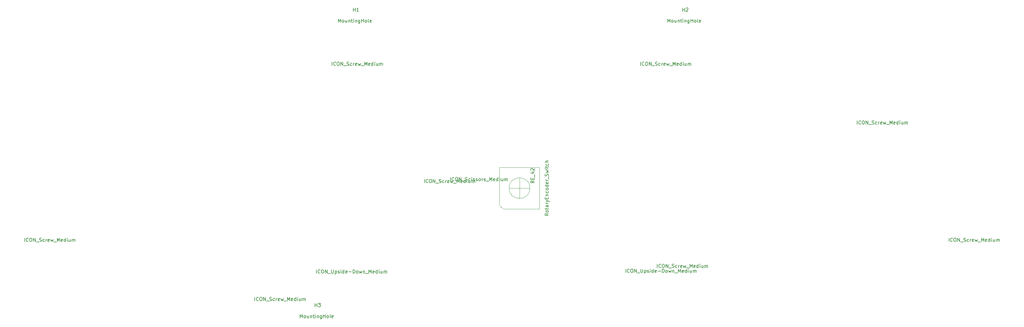
<source format=gbr>
%TF.GenerationSoftware,KiCad,Pcbnew,(6.0.1-0)*%
%TF.CreationDate,2022-02-13T10:06:17+09:00*%
%TF.ProjectId,nora,6e6f7261-2e6b-4696-9361-645f70636258,DN:0032*%
%TF.SameCoordinates,Original*%
%TF.FileFunction,AssemblyDrawing,Top*%
%FSLAX46Y46*%
G04 Gerber Fmt 4.6, Leading zero omitted, Abs format (unit mm)*
G04 Created by KiCad (PCBNEW (6.0.1-0)) date 2022-02-13 10:06:17*
%MOMM*%
%LPD*%
G01*
G04 APERTURE LIST*
%ADD10C,0.150000*%
%ADD11C,0.120000*%
G04 APERTURE END LIST*
D10*
X112714285Y-30452380D02*
X112714285Y-29452380D01*
X113047619Y-30166666D01*
X113380952Y-29452380D01*
X113380952Y-30452380D01*
X114000000Y-30452380D02*
X113904761Y-30404761D01*
X113857142Y-30357142D01*
X113809523Y-30261904D01*
X113809523Y-29976190D01*
X113857142Y-29880952D01*
X113904761Y-29833333D01*
X114000000Y-29785714D01*
X114142857Y-29785714D01*
X114238095Y-29833333D01*
X114285714Y-29880952D01*
X114333333Y-29976190D01*
X114333333Y-30261904D01*
X114285714Y-30357142D01*
X114238095Y-30404761D01*
X114142857Y-30452380D01*
X114000000Y-30452380D01*
X115190476Y-29785714D02*
X115190476Y-30452380D01*
X114761904Y-29785714D02*
X114761904Y-30309523D01*
X114809523Y-30404761D01*
X114904761Y-30452380D01*
X115047619Y-30452380D01*
X115142857Y-30404761D01*
X115190476Y-30357142D01*
X115666666Y-29785714D02*
X115666666Y-30452380D01*
X115666666Y-29880952D02*
X115714285Y-29833333D01*
X115809523Y-29785714D01*
X115952380Y-29785714D01*
X116047619Y-29833333D01*
X116095238Y-29928571D01*
X116095238Y-30452380D01*
X116428571Y-29785714D02*
X116809523Y-29785714D01*
X116571428Y-29452380D02*
X116571428Y-30309523D01*
X116619047Y-30404761D01*
X116714285Y-30452380D01*
X116809523Y-30452380D01*
X117142857Y-30452380D02*
X117142857Y-29785714D01*
X117142857Y-29452380D02*
X117095238Y-29500000D01*
X117142857Y-29547619D01*
X117190476Y-29500000D01*
X117142857Y-29452380D01*
X117142857Y-29547619D01*
X117619047Y-29785714D02*
X117619047Y-30452380D01*
X117619047Y-29880952D02*
X117666666Y-29833333D01*
X117761904Y-29785714D01*
X117904761Y-29785714D01*
X118000000Y-29833333D01*
X118047619Y-29928571D01*
X118047619Y-30452380D01*
X118952380Y-29785714D02*
X118952380Y-30595238D01*
X118904761Y-30690476D01*
X118857142Y-30738095D01*
X118761904Y-30785714D01*
X118619047Y-30785714D01*
X118523809Y-30738095D01*
X118952380Y-30404761D02*
X118857142Y-30452380D01*
X118666666Y-30452380D01*
X118571428Y-30404761D01*
X118523809Y-30357142D01*
X118476190Y-30261904D01*
X118476190Y-29976190D01*
X118523809Y-29880952D01*
X118571428Y-29833333D01*
X118666666Y-29785714D01*
X118857142Y-29785714D01*
X118952380Y-29833333D01*
X119428571Y-30452380D02*
X119428571Y-29452380D01*
X119428571Y-29928571D02*
X120000000Y-29928571D01*
X120000000Y-30452380D02*
X120000000Y-29452380D01*
X120619047Y-30452380D02*
X120523809Y-30404761D01*
X120476190Y-30357142D01*
X120428571Y-30261904D01*
X120428571Y-29976190D01*
X120476190Y-29880952D01*
X120523809Y-29833333D01*
X120619047Y-29785714D01*
X120761904Y-29785714D01*
X120857142Y-29833333D01*
X120904761Y-29880952D01*
X120952380Y-29976190D01*
X120952380Y-30261904D01*
X120904761Y-30357142D01*
X120857142Y-30404761D01*
X120761904Y-30452380D01*
X120619047Y-30452380D01*
X121523809Y-30452380D02*
X121428571Y-30404761D01*
X121380952Y-30309523D01*
X121380952Y-29452380D01*
X122285714Y-30404761D02*
X122190476Y-30452380D01*
X122000000Y-30452380D01*
X121904761Y-30404761D01*
X121857142Y-30309523D01*
X121857142Y-29928571D01*
X121904761Y-29833333D01*
X122000000Y-29785714D01*
X122190476Y-29785714D01*
X122285714Y-29833333D01*
X122333333Y-29928571D01*
X122333333Y-30023809D01*
X121857142Y-30119047D01*
X117038095Y-27252380D02*
X117038095Y-26252380D01*
X117038095Y-26728571D02*
X117609523Y-26728571D01*
X117609523Y-27252380D02*
X117609523Y-26252380D01*
X118609523Y-27252380D02*
X118038095Y-27252380D01*
X118323809Y-27252380D02*
X118323809Y-26252380D01*
X118228571Y-26395238D01*
X118133333Y-26490476D01*
X118038095Y-26538095D01*
X207964285Y-30452380D02*
X207964285Y-29452380D01*
X208297619Y-30166666D01*
X208630952Y-29452380D01*
X208630952Y-30452380D01*
X209250000Y-30452380D02*
X209154761Y-30404761D01*
X209107142Y-30357142D01*
X209059523Y-30261904D01*
X209059523Y-29976190D01*
X209107142Y-29880952D01*
X209154761Y-29833333D01*
X209250000Y-29785714D01*
X209392857Y-29785714D01*
X209488095Y-29833333D01*
X209535714Y-29880952D01*
X209583333Y-29976190D01*
X209583333Y-30261904D01*
X209535714Y-30357142D01*
X209488095Y-30404761D01*
X209392857Y-30452380D01*
X209250000Y-30452380D01*
X210440476Y-29785714D02*
X210440476Y-30452380D01*
X210011904Y-29785714D02*
X210011904Y-30309523D01*
X210059523Y-30404761D01*
X210154761Y-30452380D01*
X210297619Y-30452380D01*
X210392857Y-30404761D01*
X210440476Y-30357142D01*
X210916666Y-29785714D02*
X210916666Y-30452380D01*
X210916666Y-29880952D02*
X210964285Y-29833333D01*
X211059523Y-29785714D01*
X211202380Y-29785714D01*
X211297619Y-29833333D01*
X211345238Y-29928571D01*
X211345238Y-30452380D01*
X211678571Y-29785714D02*
X212059523Y-29785714D01*
X211821428Y-29452380D02*
X211821428Y-30309523D01*
X211869047Y-30404761D01*
X211964285Y-30452380D01*
X212059523Y-30452380D01*
X212392857Y-30452380D02*
X212392857Y-29785714D01*
X212392857Y-29452380D02*
X212345238Y-29500000D01*
X212392857Y-29547619D01*
X212440476Y-29500000D01*
X212392857Y-29452380D01*
X212392857Y-29547619D01*
X212869047Y-29785714D02*
X212869047Y-30452380D01*
X212869047Y-29880952D02*
X212916666Y-29833333D01*
X213011904Y-29785714D01*
X213154761Y-29785714D01*
X213250000Y-29833333D01*
X213297619Y-29928571D01*
X213297619Y-30452380D01*
X214202380Y-29785714D02*
X214202380Y-30595238D01*
X214154761Y-30690476D01*
X214107142Y-30738095D01*
X214011904Y-30785714D01*
X213869047Y-30785714D01*
X213773809Y-30738095D01*
X214202380Y-30404761D02*
X214107142Y-30452380D01*
X213916666Y-30452380D01*
X213821428Y-30404761D01*
X213773809Y-30357142D01*
X213726190Y-30261904D01*
X213726190Y-29976190D01*
X213773809Y-29880952D01*
X213821428Y-29833333D01*
X213916666Y-29785714D01*
X214107142Y-29785714D01*
X214202380Y-29833333D01*
X214678571Y-30452380D02*
X214678571Y-29452380D01*
X214678571Y-29928571D02*
X215250000Y-29928571D01*
X215250000Y-30452380D02*
X215250000Y-29452380D01*
X215869047Y-30452380D02*
X215773809Y-30404761D01*
X215726190Y-30357142D01*
X215678571Y-30261904D01*
X215678571Y-29976190D01*
X215726190Y-29880952D01*
X215773809Y-29833333D01*
X215869047Y-29785714D01*
X216011904Y-29785714D01*
X216107142Y-29833333D01*
X216154761Y-29880952D01*
X216202380Y-29976190D01*
X216202380Y-30261904D01*
X216154761Y-30357142D01*
X216107142Y-30404761D01*
X216011904Y-30452380D01*
X215869047Y-30452380D01*
X216773809Y-30452380D02*
X216678571Y-30404761D01*
X216630952Y-30309523D01*
X216630952Y-29452380D01*
X217535714Y-30404761D02*
X217440476Y-30452380D01*
X217250000Y-30452380D01*
X217154761Y-30404761D01*
X217107142Y-30309523D01*
X217107142Y-29928571D01*
X217154761Y-29833333D01*
X217250000Y-29785714D01*
X217440476Y-29785714D01*
X217535714Y-29833333D01*
X217583333Y-29928571D01*
X217583333Y-30023809D01*
X217107142Y-30119047D01*
X212288095Y-27252380D02*
X212288095Y-26252380D01*
X212288095Y-26728571D02*
X212859523Y-26728571D01*
X212859523Y-27252380D02*
X212859523Y-26252380D01*
X213288095Y-26347619D02*
X213335714Y-26300000D01*
X213430952Y-26252380D01*
X213669047Y-26252380D01*
X213764285Y-26300000D01*
X213811904Y-26347619D01*
X213859523Y-26442857D01*
X213859523Y-26538095D01*
X213811904Y-26680952D01*
X213240476Y-27252380D01*
X213859523Y-27252380D01*
X101664285Y-116052380D02*
X101664285Y-115052380D01*
X101997619Y-115766666D01*
X102330952Y-115052380D01*
X102330952Y-116052380D01*
X102950000Y-116052380D02*
X102854761Y-116004761D01*
X102807142Y-115957142D01*
X102759523Y-115861904D01*
X102759523Y-115576190D01*
X102807142Y-115480952D01*
X102854761Y-115433333D01*
X102950000Y-115385714D01*
X103092857Y-115385714D01*
X103188095Y-115433333D01*
X103235714Y-115480952D01*
X103283333Y-115576190D01*
X103283333Y-115861904D01*
X103235714Y-115957142D01*
X103188095Y-116004761D01*
X103092857Y-116052380D01*
X102950000Y-116052380D01*
X104140476Y-115385714D02*
X104140476Y-116052380D01*
X103711904Y-115385714D02*
X103711904Y-115909523D01*
X103759523Y-116004761D01*
X103854761Y-116052380D01*
X103997619Y-116052380D01*
X104092857Y-116004761D01*
X104140476Y-115957142D01*
X104616666Y-115385714D02*
X104616666Y-116052380D01*
X104616666Y-115480952D02*
X104664285Y-115433333D01*
X104759523Y-115385714D01*
X104902380Y-115385714D01*
X104997619Y-115433333D01*
X105045238Y-115528571D01*
X105045238Y-116052380D01*
X105378571Y-115385714D02*
X105759523Y-115385714D01*
X105521428Y-115052380D02*
X105521428Y-115909523D01*
X105569047Y-116004761D01*
X105664285Y-116052380D01*
X105759523Y-116052380D01*
X106092857Y-116052380D02*
X106092857Y-115385714D01*
X106092857Y-115052380D02*
X106045238Y-115100000D01*
X106092857Y-115147619D01*
X106140476Y-115100000D01*
X106092857Y-115052380D01*
X106092857Y-115147619D01*
X106569047Y-115385714D02*
X106569047Y-116052380D01*
X106569047Y-115480952D02*
X106616666Y-115433333D01*
X106711904Y-115385714D01*
X106854761Y-115385714D01*
X106950000Y-115433333D01*
X106997619Y-115528571D01*
X106997619Y-116052380D01*
X107902380Y-115385714D02*
X107902380Y-116195238D01*
X107854761Y-116290476D01*
X107807142Y-116338095D01*
X107711904Y-116385714D01*
X107569047Y-116385714D01*
X107473809Y-116338095D01*
X107902380Y-116004761D02*
X107807142Y-116052380D01*
X107616666Y-116052380D01*
X107521428Y-116004761D01*
X107473809Y-115957142D01*
X107426190Y-115861904D01*
X107426190Y-115576190D01*
X107473809Y-115480952D01*
X107521428Y-115433333D01*
X107616666Y-115385714D01*
X107807142Y-115385714D01*
X107902380Y-115433333D01*
X108378571Y-116052380D02*
X108378571Y-115052380D01*
X108378571Y-115528571D02*
X108950000Y-115528571D01*
X108950000Y-116052380D02*
X108950000Y-115052380D01*
X109569047Y-116052380D02*
X109473809Y-116004761D01*
X109426190Y-115957142D01*
X109378571Y-115861904D01*
X109378571Y-115576190D01*
X109426190Y-115480952D01*
X109473809Y-115433333D01*
X109569047Y-115385714D01*
X109711904Y-115385714D01*
X109807142Y-115433333D01*
X109854761Y-115480952D01*
X109902380Y-115576190D01*
X109902380Y-115861904D01*
X109854761Y-115957142D01*
X109807142Y-116004761D01*
X109711904Y-116052380D01*
X109569047Y-116052380D01*
X110473809Y-116052380D02*
X110378571Y-116004761D01*
X110330952Y-115909523D01*
X110330952Y-115052380D01*
X111235714Y-116004761D02*
X111140476Y-116052380D01*
X110950000Y-116052380D01*
X110854761Y-116004761D01*
X110807142Y-115909523D01*
X110807142Y-115528571D01*
X110854761Y-115433333D01*
X110950000Y-115385714D01*
X111140476Y-115385714D01*
X111235714Y-115433333D01*
X111283333Y-115528571D01*
X111283333Y-115623809D01*
X110807142Y-115719047D01*
X105988095Y-112852380D02*
X105988095Y-111852380D01*
X105988095Y-112328571D02*
X106559523Y-112328571D01*
X106559523Y-112852380D02*
X106559523Y-111852380D01*
X106940476Y-111852380D02*
X107559523Y-111852380D01*
X107226190Y-112233333D01*
X107369047Y-112233333D01*
X107464285Y-112280952D01*
X107511904Y-112328571D01*
X107559523Y-112423809D01*
X107559523Y-112661904D01*
X107511904Y-112757142D01*
X107464285Y-112804761D01*
X107369047Y-112852380D01*
X107083333Y-112852380D01*
X106988095Y-112804761D01*
X106940476Y-112757142D01*
X21992288Y-93952380D02*
X21992288Y-92952380D01*
X23039907Y-93857142D02*
X22992288Y-93904761D01*
X22849431Y-93952380D01*
X22754193Y-93952380D01*
X22611336Y-93904761D01*
X22516098Y-93809523D01*
X22468479Y-93714285D01*
X22420860Y-93523809D01*
X22420860Y-93380952D01*
X22468479Y-93190476D01*
X22516098Y-93095238D01*
X22611336Y-93000000D01*
X22754193Y-92952380D01*
X22849431Y-92952380D01*
X22992288Y-93000000D01*
X23039907Y-93047619D01*
X23658955Y-92952380D02*
X23849431Y-92952380D01*
X23944669Y-93000000D01*
X24039907Y-93095238D01*
X24087526Y-93285714D01*
X24087526Y-93619047D01*
X24039907Y-93809523D01*
X23944669Y-93904761D01*
X23849431Y-93952380D01*
X23658955Y-93952380D01*
X23563717Y-93904761D01*
X23468479Y-93809523D01*
X23420860Y-93619047D01*
X23420860Y-93285714D01*
X23468479Y-93095238D01*
X23563717Y-93000000D01*
X23658955Y-92952380D01*
X24516098Y-93952380D02*
X24516098Y-92952380D01*
X25087526Y-93952380D01*
X25087526Y-92952380D01*
X25325622Y-94047619D02*
X26087526Y-94047619D01*
X26278003Y-93904761D02*
X26420860Y-93952380D01*
X26658955Y-93952380D01*
X26754193Y-93904761D01*
X26801812Y-93857142D01*
X26849431Y-93761904D01*
X26849431Y-93666666D01*
X26801812Y-93571428D01*
X26754193Y-93523809D01*
X26658955Y-93476190D01*
X26468479Y-93428571D01*
X26373241Y-93380952D01*
X26325622Y-93333333D01*
X26278003Y-93238095D01*
X26278003Y-93142857D01*
X26325622Y-93047619D01*
X26373241Y-93000000D01*
X26468479Y-92952380D01*
X26706574Y-92952380D01*
X26849431Y-93000000D01*
X27706574Y-93904761D02*
X27611336Y-93952380D01*
X27420860Y-93952380D01*
X27325622Y-93904761D01*
X27278003Y-93857142D01*
X27230383Y-93761904D01*
X27230383Y-93476190D01*
X27278003Y-93380952D01*
X27325622Y-93333333D01*
X27420860Y-93285714D01*
X27611336Y-93285714D01*
X27706574Y-93333333D01*
X28135145Y-93952380D02*
X28135145Y-93285714D01*
X28135145Y-93476190D02*
X28182764Y-93380952D01*
X28230383Y-93333333D01*
X28325622Y-93285714D01*
X28420860Y-93285714D01*
X29135145Y-93904761D02*
X29039907Y-93952380D01*
X28849431Y-93952380D01*
X28754193Y-93904761D01*
X28706574Y-93809523D01*
X28706574Y-93428571D01*
X28754193Y-93333333D01*
X28849431Y-93285714D01*
X29039907Y-93285714D01*
X29135145Y-93333333D01*
X29182764Y-93428571D01*
X29182764Y-93523809D01*
X28706574Y-93619047D01*
X29516098Y-93285714D02*
X29706574Y-93952380D01*
X29897050Y-93476190D01*
X30087526Y-93952380D01*
X30278003Y-93285714D01*
X30420860Y-94047619D02*
X31182764Y-94047619D01*
X31420860Y-93952380D02*
X31420860Y-92952380D01*
X31754193Y-93666666D01*
X32087526Y-92952380D01*
X32087526Y-93952380D01*
X32944669Y-93904761D02*
X32849431Y-93952380D01*
X32658955Y-93952380D01*
X32563717Y-93904761D01*
X32516098Y-93809523D01*
X32516098Y-93428571D01*
X32563717Y-93333333D01*
X32658955Y-93285714D01*
X32849431Y-93285714D01*
X32944669Y-93333333D01*
X32992288Y-93428571D01*
X32992288Y-93523809D01*
X32516098Y-93619047D01*
X33849431Y-93952380D02*
X33849431Y-92952380D01*
X33849431Y-93904761D02*
X33754193Y-93952380D01*
X33563717Y-93952380D01*
X33468479Y-93904761D01*
X33420860Y-93857142D01*
X33373241Y-93761904D01*
X33373241Y-93476190D01*
X33420860Y-93380952D01*
X33468479Y-93333333D01*
X33563717Y-93285714D01*
X33754193Y-93285714D01*
X33849431Y-93333333D01*
X34325622Y-93952380D02*
X34325622Y-93285714D01*
X34325622Y-92952380D02*
X34278003Y-93000000D01*
X34325622Y-93047619D01*
X34373241Y-93000000D01*
X34325622Y-92952380D01*
X34325622Y-93047619D01*
X35230383Y-93285714D02*
X35230383Y-93952380D01*
X34801812Y-93285714D02*
X34801812Y-93809523D01*
X34849431Y-93904761D01*
X34944669Y-93952380D01*
X35087526Y-93952380D01*
X35182764Y-93904761D01*
X35230383Y-93857142D01*
X35706574Y-93952380D02*
X35706574Y-93285714D01*
X35706574Y-93380952D02*
X35754193Y-93333333D01*
X35849431Y-93285714D01*
X35992288Y-93285714D01*
X36087526Y-93333333D01*
X36135145Y-93428571D01*
X36135145Y-93952380D01*
X36135145Y-93428571D02*
X36182764Y-93333333D01*
X36278003Y-93285714D01*
X36420860Y-93285714D01*
X36516098Y-93333333D01*
X36563717Y-93428571D01*
X36563717Y-93952380D01*
X145137770Y-76372900D02*
X145137770Y-75372900D01*
X146185389Y-76277662D02*
X146137770Y-76325281D01*
X145994913Y-76372900D01*
X145899675Y-76372900D01*
X145756818Y-76325281D01*
X145661580Y-76230043D01*
X145613961Y-76134805D01*
X145566342Y-75944329D01*
X145566342Y-75801472D01*
X145613961Y-75610996D01*
X145661580Y-75515758D01*
X145756818Y-75420520D01*
X145899675Y-75372900D01*
X145994913Y-75372900D01*
X146137770Y-75420520D01*
X146185389Y-75468139D01*
X146804437Y-75372900D02*
X146994913Y-75372900D01*
X147090151Y-75420520D01*
X147185389Y-75515758D01*
X147233008Y-75706234D01*
X147233008Y-76039567D01*
X147185389Y-76230043D01*
X147090151Y-76325281D01*
X146994913Y-76372900D01*
X146804437Y-76372900D01*
X146709199Y-76325281D01*
X146613961Y-76230043D01*
X146566342Y-76039567D01*
X146566342Y-75706234D01*
X146613961Y-75515758D01*
X146709199Y-75420520D01*
X146804437Y-75372900D01*
X147661580Y-76372900D02*
X147661580Y-75372900D01*
X148233008Y-76372900D01*
X148233008Y-75372900D01*
X148471104Y-76468139D02*
X149233008Y-76468139D01*
X149423485Y-76325281D02*
X149566342Y-76372900D01*
X149804437Y-76372900D01*
X149899675Y-76325281D01*
X149947294Y-76277662D01*
X149994913Y-76182424D01*
X149994913Y-76087186D01*
X149947294Y-75991948D01*
X149899675Y-75944329D01*
X149804437Y-75896710D01*
X149613961Y-75849091D01*
X149518723Y-75801472D01*
X149471104Y-75753853D01*
X149423485Y-75658615D01*
X149423485Y-75563377D01*
X149471104Y-75468139D01*
X149518723Y-75420520D01*
X149613961Y-75372900D01*
X149852056Y-75372900D01*
X149994913Y-75420520D01*
X150852056Y-76325281D02*
X150756818Y-76372900D01*
X150566342Y-76372900D01*
X150471104Y-76325281D01*
X150423485Y-76277662D01*
X150375866Y-76182424D01*
X150375866Y-75896710D01*
X150423485Y-75801472D01*
X150471104Y-75753853D01*
X150566342Y-75706234D01*
X150756818Y-75706234D01*
X150852056Y-75753853D01*
X151280627Y-76372900D02*
X151280627Y-75706234D01*
X151280627Y-75372900D02*
X151233008Y-75420520D01*
X151280627Y-75468139D01*
X151328246Y-75420520D01*
X151280627Y-75372900D01*
X151280627Y-75468139D01*
X151709199Y-76325281D02*
X151804437Y-76372900D01*
X151994913Y-76372900D01*
X152090151Y-76325281D01*
X152137770Y-76230043D01*
X152137770Y-76182424D01*
X152090151Y-76087186D01*
X151994913Y-76039567D01*
X151852056Y-76039567D01*
X151756818Y-75991948D01*
X151709199Y-75896710D01*
X151709199Y-75849091D01*
X151756818Y-75753853D01*
X151852056Y-75706234D01*
X151994913Y-75706234D01*
X152090151Y-75753853D01*
X152518723Y-76325281D02*
X152613961Y-76372900D01*
X152804437Y-76372900D01*
X152899675Y-76325281D01*
X152947294Y-76230043D01*
X152947294Y-76182424D01*
X152899675Y-76087186D01*
X152804437Y-76039567D01*
X152661580Y-76039567D01*
X152566342Y-75991948D01*
X152518723Y-75896710D01*
X152518723Y-75849091D01*
X152566342Y-75753853D01*
X152661580Y-75706234D01*
X152804437Y-75706234D01*
X152899675Y-75753853D01*
X153518723Y-76372900D02*
X153423485Y-76325281D01*
X153375866Y-76277662D01*
X153328246Y-76182424D01*
X153328246Y-75896710D01*
X153375866Y-75801472D01*
X153423485Y-75753853D01*
X153518723Y-75706234D01*
X153661580Y-75706234D01*
X153756818Y-75753853D01*
X153804437Y-75801472D01*
X153852056Y-75896710D01*
X153852056Y-76182424D01*
X153804437Y-76277662D01*
X153756818Y-76325281D01*
X153661580Y-76372900D01*
X153518723Y-76372900D01*
X154280627Y-76372900D02*
X154280627Y-75706234D01*
X154280627Y-75896710D02*
X154328246Y-75801472D01*
X154375866Y-75753853D01*
X154471104Y-75706234D01*
X154566342Y-75706234D01*
X154852056Y-76325281D02*
X154947294Y-76372900D01*
X155137770Y-76372900D01*
X155233008Y-76325281D01*
X155280627Y-76230043D01*
X155280627Y-76182424D01*
X155233008Y-76087186D01*
X155137770Y-76039567D01*
X154994913Y-76039567D01*
X154899675Y-75991948D01*
X154852056Y-75896710D01*
X154852056Y-75849091D01*
X154899675Y-75753853D01*
X154994913Y-75706234D01*
X155137770Y-75706234D01*
X155233008Y-75753853D01*
X155471104Y-76468139D02*
X156233008Y-76468139D01*
X156471104Y-76372900D02*
X156471104Y-75372900D01*
X156804437Y-76087186D01*
X157137770Y-75372900D01*
X157137770Y-76372900D01*
X157994913Y-76325281D02*
X157899675Y-76372900D01*
X157709199Y-76372900D01*
X157613961Y-76325281D01*
X157566342Y-76230043D01*
X157566342Y-75849091D01*
X157613961Y-75753853D01*
X157709199Y-75706234D01*
X157899675Y-75706234D01*
X157994913Y-75753853D01*
X158042532Y-75849091D01*
X158042532Y-75944329D01*
X157566342Y-76039567D01*
X158899675Y-76372900D02*
X158899675Y-75372900D01*
X158899675Y-76325281D02*
X158804437Y-76372900D01*
X158613961Y-76372900D01*
X158518723Y-76325281D01*
X158471104Y-76277662D01*
X158423485Y-76182424D01*
X158423485Y-75896710D01*
X158471104Y-75801472D01*
X158518723Y-75753853D01*
X158613961Y-75706234D01*
X158804437Y-75706234D01*
X158899675Y-75753853D01*
X159375866Y-76372900D02*
X159375866Y-75706234D01*
X159375866Y-75372900D02*
X159328246Y-75420520D01*
X159375866Y-75468139D01*
X159423485Y-75420520D01*
X159375866Y-75372900D01*
X159375866Y-75468139D01*
X160280627Y-75706234D02*
X160280627Y-76372900D01*
X159852056Y-75706234D02*
X159852056Y-76230043D01*
X159899675Y-76325281D01*
X159994913Y-76372900D01*
X160137770Y-76372900D01*
X160233008Y-76325281D01*
X160280627Y-76277662D01*
X160756818Y-76372900D02*
X160756818Y-75706234D01*
X160756818Y-75801472D02*
X160804437Y-75753853D01*
X160899675Y-75706234D01*
X161042532Y-75706234D01*
X161137770Y-75753853D01*
X161185389Y-75849091D01*
X161185389Y-76372900D01*
X161185389Y-75849091D02*
X161233008Y-75753853D01*
X161328246Y-75706234D01*
X161471104Y-75706234D01*
X161566342Y-75753853D01*
X161613961Y-75849091D01*
X161613961Y-76372900D01*
X200114285Y-42952380D02*
X200114285Y-41952380D01*
X201161904Y-42857142D02*
X201114285Y-42904761D01*
X200971428Y-42952380D01*
X200876190Y-42952380D01*
X200733333Y-42904761D01*
X200638095Y-42809523D01*
X200590476Y-42714285D01*
X200542857Y-42523809D01*
X200542857Y-42380952D01*
X200590476Y-42190476D01*
X200638095Y-42095238D01*
X200733333Y-42000000D01*
X200876190Y-41952380D01*
X200971428Y-41952380D01*
X201114285Y-42000000D01*
X201161904Y-42047619D01*
X201780952Y-41952380D02*
X201971428Y-41952380D01*
X202066666Y-42000000D01*
X202161904Y-42095238D01*
X202209523Y-42285714D01*
X202209523Y-42619047D01*
X202161904Y-42809523D01*
X202066666Y-42904761D01*
X201971428Y-42952380D01*
X201780952Y-42952380D01*
X201685714Y-42904761D01*
X201590476Y-42809523D01*
X201542857Y-42619047D01*
X201542857Y-42285714D01*
X201590476Y-42095238D01*
X201685714Y-42000000D01*
X201780952Y-41952380D01*
X202638095Y-42952380D02*
X202638095Y-41952380D01*
X203209523Y-42952380D01*
X203209523Y-41952380D01*
X203447619Y-43047619D02*
X204209523Y-43047619D01*
X204400000Y-42904761D02*
X204542857Y-42952380D01*
X204780952Y-42952380D01*
X204876190Y-42904761D01*
X204923809Y-42857142D01*
X204971428Y-42761904D01*
X204971428Y-42666666D01*
X204923809Y-42571428D01*
X204876190Y-42523809D01*
X204780952Y-42476190D01*
X204590476Y-42428571D01*
X204495238Y-42380952D01*
X204447619Y-42333333D01*
X204400000Y-42238095D01*
X204400000Y-42142857D01*
X204447619Y-42047619D01*
X204495238Y-42000000D01*
X204590476Y-41952380D01*
X204828571Y-41952380D01*
X204971428Y-42000000D01*
X205828571Y-42904761D02*
X205733333Y-42952380D01*
X205542857Y-42952380D01*
X205447619Y-42904761D01*
X205400000Y-42857142D01*
X205352380Y-42761904D01*
X205352380Y-42476190D01*
X205400000Y-42380952D01*
X205447619Y-42333333D01*
X205542857Y-42285714D01*
X205733333Y-42285714D01*
X205828571Y-42333333D01*
X206257142Y-42952380D02*
X206257142Y-42285714D01*
X206257142Y-42476190D02*
X206304761Y-42380952D01*
X206352380Y-42333333D01*
X206447619Y-42285714D01*
X206542857Y-42285714D01*
X207257142Y-42904761D02*
X207161904Y-42952380D01*
X206971428Y-42952380D01*
X206876190Y-42904761D01*
X206828571Y-42809523D01*
X206828571Y-42428571D01*
X206876190Y-42333333D01*
X206971428Y-42285714D01*
X207161904Y-42285714D01*
X207257142Y-42333333D01*
X207304761Y-42428571D01*
X207304761Y-42523809D01*
X206828571Y-42619047D01*
X207638095Y-42285714D02*
X207828571Y-42952380D01*
X208019047Y-42476190D01*
X208209523Y-42952380D01*
X208400000Y-42285714D01*
X208542857Y-43047619D02*
X209304761Y-43047619D01*
X209542857Y-42952380D02*
X209542857Y-41952380D01*
X209876190Y-42666666D01*
X210209523Y-41952380D01*
X210209523Y-42952380D01*
X211066666Y-42904761D02*
X210971428Y-42952380D01*
X210780952Y-42952380D01*
X210685714Y-42904761D01*
X210638095Y-42809523D01*
X210638095Y-42428571D01*
X210685714Y-42333333D01*
X210780952Y-42285714D01*
X210971428Y-42285714D01*
X211066666Y-42333333D01*
X211114285Y-42428571D01*
X211114285Y-42523809D01*
X210638095Y-42619047D01*
X211971428Y-42952380D02*
X211971428Y-41952380D01*
X211971428Y-42904761D02*
X211876190Y-42952380D01*
X211685714Y-42952380D01*
X211590476Y-42904761D01*
X211542857Y-42857142D01*
X211495238Y-42761904D01*
X211495238Y-42476190D01*
X211542857Y-42380952D01*
X211590476Y-42333333D01*
X211685714Y-42285714D01*
X211876190Y-42285714D01*
X211971428Y-42333333D01*
X212447619Y-42952380D02*
X212447619Y-42285714D01*
X212447619Y-41952380D02*
X212400000Y-42000000D01*
X212447619Y-42047619D01*
X212495238Y-42000000D01*
X212447619Y-41952380D01*
X212447619Y-42047619D01*
X213352380Y-42285714D02*
X213352380Y-42952380D01*
X212923809Y-42285714D02*
X212923809Y-42809523D01*
X212971428Y-42904761D01*
X213066666Y-42952380D01*
X213209523Y-42952380D01*
X213304761Y-42904761D01*
X213352380Y-42857142D01*
X213828571Y-42952380D02*
X213828571Y-42285714D01*
X213828571Y-42380952D02*
X213876190Y-42333333D01*
X213971428Y-42285714D01*
X214114285Y-42285714D01*
X214209523Y-42333333D01*
X214257142Y-42428571D01*
X214257142Y-42952380D01*
X214257142Y-42428571D02*
X214304761Y-42333333D01*
X214400000Y-42285714D01*
X214542857Y-42285714D01*
X214638095Y-42333333D01*
X214685714Y-42428571D01*
X214685714Y-42952380D01*
X88565720Y-111109446D02*
X88565720Y-110109446D01*
X89613339Y-111014208D02*
X89565720Y-111061827D01*
X89422863Y-111109446D01*
X89327625Y-111109446D01*
X89184768Y-111061827D01*
X89089530Y-110966589D01*
X89041911Y-110871351D01*
X88994292Y-110680875D01*
X88994292Y-110538018D01*
X89041911Y-110347542D01*
X89089530Y-110252304D01*
X89184768Y-110157066D01*
X89327625Y-110109446D01*
X89422863Y-110109446D01*
X89565720Y-110157066D01*
X89613339Y-110204685D01*
X90232387Y-110109446D02*
X90422863Y-110109446D01*
X90518101Y-110157066D01*
X90613339Y-110252304D01*
X90660958Y-110442780D01*
X90660958Y-110776113D01*
X90613339Y-110966589D01*
X90518101Y-111061827D01*
X90422863Y-111109446D01*
X90232387Y-111109446D01*
X90137149Y-111061827D01*
X90041911Y-110966589D01*
X89994292Y-110776113D01*
X89994292Y-110442780D01*
X90041911Y-110252304D01*
X90137149Y-110157066D01*
X90232387Y-110109446D01*
X91089530Y-111109446D02*
X91089530Y-110109446D01*
X91660958Y-111109446D01*
X91660958Y-110109446D01*
X91899054Y-111204685D02*
X92660958Y-111204685D01*
X92851435Y-111061827D02*
X92994292Y-111109446D01*
X93232387Y-111109446D01*
X93327625Y-111061827D01*
X93375244Y-111014208D01*
X93422863Y-110918970D01*
X93422863Y-110823732D01*
X93375244Y-110728494D01*
X93327625Y-110680875D01*
X93232387Y-110633256D01*
X93041911Y-110585637D01*
X92946673Y-110538018D01*
X92899054Y-110490399D01*
X92851435Y-110395161D01*
X92851435Y-110299923D01*
X92899054Y-110204685D01*
X92946673Y-110157066D01*
X93041911Y-110109446D01*
X93280006Y-110109446D01*
X93422863Y-110157066D01*
X94280006Y-111061827D02*
X94184768Y-111109446D01*
X93994292Y-111109446D01*
X93899054Y-111061827D01*
X93851435Y-111014208D01*
X93803815Y-110918970D01*
X93803815Y-110633256D01*
X93851435Y-110538018D01*
X93899054Y-110490399D01*
X93994292Y-110442780D01*
X94184768Y-110442780D01*
X94280006Y-110490399D01*
X94708577Y-111109446D02*
X94708577Y-110442780D01*
X94708577Y-110633256D02*
X94756196Y-110538018D01*
X94803815Y-110490399D01*
X94899054Y-110442780D01*
X94994292Y-110442780D01*
X95708577Y-111061827D02*
X95613339Y-111109446D01*
X95422863Y-111109446D01*
X95327625Y-111061827D01*
X95280006Y-110966589D01*
X95280006Y-110585637D01*
X95327625Y-110490399D01*
X95422863Y-110442780D01*
X95613339Y-110442780D01*
X95708577Y-110490399D01*
X95756196Y-110585637D01*
X95756196Y-110680875D01*
X95280006Y-110776113D01*
X96089530Y-110442780D02*
X96280006Y-111109446D01*
X96470482Y-110633256D01*
X96660958Y-111109446D01*
X96851435Y-110442780D01*
X96994292Y-111204685D02*
X97756196Y-111204685D01*
X97994292Y-111109446D02*
X97994292Y-110109446D01*
X98327625Y-110823732D01*
X98660958Y-110109446D01*
X98660958Y-111109446D01*
X99518101Y-111061827D02*
X99422863Y-111109446D01*
X99232387Y-111109446D01*
X99137149Y-111061827D01*
X99089530Y-110966589D01*
X99089530Y-110585637D01*
X99137149Y-110490399D01*
X99232387Y-110442780D01*
X99422863Y-110442780D01*
X99518101Y-110490399D01*
X99565720Y-110585637D01*
X99565720Y-110680875D01*
X99089530Y-110776113D01*
X100422863Y-111109446D02*
X100422863Y-110109446D01*
X100422863Y-111061827D02*
X100327625Y-111109446D01*
X100137149Y-111109446D01*
X100041911Y-111061827D01*
X99994292Y-111014208D01*
X99946673Y-110918970D01*
X99946673Y-110633256D01*
X99994292Y-110538018D01*
X100041911Y-110490399D01*
X100137149Y-110442780D01*
X100327625Y-110442780D01*
X100422863Y-110490399D01*
X100899054Y-111109446D02*
X100899054Y-110442780D01*
X100899054Y-110109446D02*
X100851435Y-110157066D01*
X100899054Y-110204685D01*
X100946673Y-110157066D01*
X100899054Y-110109446D01*
X100899054Y-110204685D01*
X101803815Y-110442780D02*
X101803815Y-111109446D01*
X101375244Y-110442780D02*
X101375244Y-110966589D01*
X101422863Y-111061827D01*
X101518101Y-111109446D01*
X101660958Y-111109446D01*
X101756196Y-111061827D01*
X101803815Y-111014208D01*
X102280006Y-111109446D02*
X102280006Y-110442780D01*
X102280006Y-110538018D02*
X102327625Y-110490399D01*
X102422863Y-110442780D01*
X102565720Y-110442780D01*
X102660958Y-110490399D01*
X102708577Y-110585637D01*
X102708577Y-111109446D01*
X102708577Y-110585637D02*
X102756196Y-110490399D01*
X102851435Y-110442780D01*
X102994292Y-110442780D01*
X103089530Y-110490399D01*
X103137149Y-110585637D01*
X103137149Y-111109446D01*
X106389199Y-103117900D02*
X106389199Y-102117900D01*
X107436818Y-103022662D02*
X107389199Y-103070281D01*
X107246342Y-103117900D01*
X107151104Y-103117900D01*
X107008246Y-103070281D01*
X106913008Y-102975043D01*
X106865389Y-102879805D01*
X106817770Y-102689329D01*
X106817770Y-102546472D01*
X106865389Y-102355996D01*
X106913008Y-102260758D01*
X107008246Y-102165520D01*
X107151104Y-102117900D01*
X107246342Y-102117900D01*
X107389199Y-102165520D01*
X107436818Y-102213139D01*
X108055866Y-102117900D02*
X108246342Y-102117900D01*
X108341580Y-102165520D01*
X108436818Y-102260758D01*
X108484437Y-102451234D01*
X108484437Y-102784567D01*
X108436818Y-102975043D01*
X108341580Y-103070281D01*
X108246342Y-103117900D01*
X108055866Y-103117900D01*
X107960627Y-103070281D01*
X107865389Y-102975043D01*
X107817770Y-102784567D01*
X107817770Y-102451234D01*
X107865389Y-102260758D01*
X107960627Y-102165520D01*
X108055866Y-102117900D01*
X108913008Y-103117900D02*
X108913008Y-102117900D01*
X109484437Y-103117900D01*
X109484437Y-102117900D01*
X109722532Y-103213139D02*
X110484437Y-103213139D01*
X110722532Y-102117900D02*
X110722532Y-102927424D01*
X110770151Y-103022662D01*
X110817770Y-103070281D01*
X110913008Y-103117900D01*
X111103485Y-103117900D01*
X111198723Y-103070281D01*
X111246342Y-103022662D01*
X111293961Y-102927424D01*
X111293961Y-102117900D01*
X111770151Y-102451234D02*
X111770151Y-103451234D01*
X111770151Y-102498853D02*
X111865389Y-102451234D01*
X112055866Y-102451234D01*
X112151104Y-102498853D01*
X112198723Y-102546472D01*
X112246342Y-102641710D01*
X112246342Y-102927424D01*
X112198723Y-103022662D01*
X112151104Y-103070281D01*
X112055866Y-103117900D01*
X111865389Y-103117900D01*
X111770151Y-103070281D01*
X112627294Y-103070281D02*
X112722532Y-103117900D01*
X112913008Y-103117900D01*
X113008246Y-103070281D01*
X113055866Y-102975043D01*
X113055866Y-102927424D01*
X113008246Y-102832186D01*
X112913008Y-102784567D01*
X112770151Y-102784567D01*
X112674913Y-102736948D01*
X112627294Y-102641710D01*
X112627294Y-102594091D01*
X112674913Y-102498853D01*
X112770151Y-102451234D01*
X112913008Y-102451234D01*
X113008246Y-102498853D01*
X113484437Y-103117900D02*
X113484437Y-102451234D01*
X113484437Y-102117900D02*
X113436818Y-102165520D01*
X113484437Y-102213139D01*
X113532056Y-102165520D01*
X113484437Y-102117900D01*
X113484437Y-102213139D01*
X114389199Y-103117900D02*
X114389199Y-102117900D01*
X114389199Y-103070281D02*
X114293961Y-103117900D01*
X114103485Y-103117900D01*
X114008246Y-103070281D01*
X113960627Y-103022662D01*
X113913008Y-102927424D01*
X113913008Y-102641710D01*
X113960627Y-102546472D01*
X114008246Y-102498853D01*
X114103485Y-102451234D01*
X114293961Y-102451234D01*
X114389199Y-102498853D01*
X115246342Y-103070281D02*
X115151104Y-103117900D01*
X114960627Y-103117900D01*
X114865389Y-103070281D01*
X114817770Y-102975043D01*
X114817770Y-102594091D01*
X114865389Y-102498853D01*
X114960627Y-102451234D01*
X115151104Y-102451234D01*
X115246342Y-102498853D01*
X115293961Y-102594091D01*
X115293961Y-102689329D01*
X114817770Y-102784567D01*
X115722532Y-102736948D02*
X116484437Y-102736948D01*
X116960627Y-103117900D02*
X116960627Y-102117900D01*
X117198723Y-102117900D01*
X117341580Y-102165520D01*
X117436818Y-102260758D01*
X117484437Y-102355996D01*
X117532056Y-102546472D01*
X117532056Y-102689329D01*
X117484437Y-102879805D01*
X117436818Y-102975043D01*
X117341580Y-103070281D01*
X117198723Y-103117900D01*
X116960627Y-103117900D01*
X118103485Y-103117900D02*
X118008246Y-103070281D01*
X117960627Y-103022662D01*
X117913008Y-102927424D01*
X117913008Y-102641710D01*
X117960627Y-102546472D01*
X118008246Y-102498853D01*
X118103485Y-102451234D01*
X118246342Y-102451234D01*
X118341580Y-102498853D01*
X118389199Y-102546472D01*
X118436818Y-102641710D01*
X118436818Y-102927424D01*
X118389199Y-103022662D01*
X118341580Y-103070281D01*
X118246342Y-103117900D01*
X118103485Y-103117900D01*
X118770151Y-102451234D02*
X118960627Y-103117900D01*
X119151104Y-102641710D01*
X119341580Y-103117900D01*
X119532056Y-102451234D01*
X119913008Y-102451234D02*
X119913008Y-103117900D01*
X119913008Y-102546472D02*
X119960627Y-102498853D01*
X120055866Y-102451234D01*
X120198723Y-102451234D01*
X120293961Y-102498853D01*
X120341580Y-102594091D01*
X120341580Y-103117900D01*
X120579675Y-103213139D02*
X121341580Y-103213139D01*
X121579675Y-103117900D02*
X121579675Y-102117900D01*
X121913008Y-102832186D01*
X122246342Y-102117900D01*
X122246342Y-103117900D01*
X123103485Y-103070281D02*
X123008246Y-103117900D01*
X122817770Y-103117900D01*
X122722532Y-103070281D01*
X122674913Y-102975043D01*
X122674913Y-102594091D01*
X122722532Y-102498853D01*
X122817770Y-102451234D01*
X123008246Y-102451234D01*
X123103485Y-102498853D01*
X123151104Y-102594091D01*
X123151104Y-102689329D01*
X122674913Y-102784567D01*
X124008246Y-103117900D02*
X124008246Y-102117900D01*
X124008246Y-103070281D02*
X123913008Y-103117900D01*
X123722532Y-103117900D01*
X123627294Y-103070281D01*
X123579675Y-103022662D01*
X123532056Y-102927424D01*
X123532056Y-102641710D01*
X123579675Y-102546472D01*
X123627294Y-102498853D01*
X123722532Y-102451234D01*
X123913008Y-102451234D01*
X124008246Y-102498853D01*
X124484437Y-103117900D02*
X124484437Y-102451234D01*
X124484437Y-102117900D02*
X124436818Y-102165520D01*
X124484437Y-102213139D01*
X124532056Y-102165520D01*
X124484437Y-102117900D01*
X124484437Y-102213139D01*
X125389199Y-102451234D02*
X125389199Y-103117900D01*
X124960627Y-102451234D02*
X124960627Y-102975043D01*
X125008246Y-103070281D01*
X125103485Y-103117900D01*
X125246342Y-103117900D01*
X125341580Y-103070281D01*
X125389199Y-103022662D01*
X125865389Y-103117900D02*
X125865389Y-102451234D01*
X125865389Y-102546472D02*
X125913008Y-102498853D01*
X126008246Y-102451234D01*
X126151104Y-102451234D01*
X126246342Y-102498853D01*
X126293961Y-102594091D01*
X126293961Y-103117900D01*
X126293961Y-102594091D02*
X126341580Y-102498853D01*
X126436818Y-102451234D01*
X126579675Y-102451234D01*
X126674913Y-102498853D01*
X126722532Y-102594091D01*
X126722532Y-103117900D01*
X289314285Y-93952380D02*
X289314285Y-92952380D01*
X290361904Y-93857142D02*
X290314285Y-93904761D01*
X290171428Y-93952380D01*
X290076190Y-93952380D01*
X289933333Y-93904761D01*
X289838095Y-93809523D01*
X289790476Y-93714285D01*
X289742857Y-93523809D01*
X289742857Y-93380952D01*
X289790476Y-93190476D01*
X289838095Y-93095238D01*
X289933333Y-93000000D01*
X290076190Y-92952380D01*
X290171428Y-92952380D01*
X290314285Y-93000000D01*
X290361904Y-93047619D01*
X290980952Y-92952380D02*
X291171428Y-92952380D01*
X291266666Y-93000000D01*
X291361904Y-93095238D01*
X291409523Y-93285714D01*
X291409523Y-93619047D01*
X291361904Y-93809523D01*
X291266666Y-93904761D01*
X291171428Y-93952380D01*
X290980952Y-93952380D01*
X290885714Y-93904761D01*
X290790476Y-93809523D01*
X290742857Y-93619047D01*
X290742857Y-93285714D01*
X290790476Y-93095238D01*
X290885714Y-93000000D01*
X290980952Y-92952380D01*
X291838095Y-93952380D02*
X291838095Y-92952380D01*
X292409523Y-93952380D01*
X292409523Y-92952380D01*
X292647619Y-94047619D02*
X293409523Y-94047619D01*
X293600000Y-93904761D02*
X293742857Y-93952380D01*
X293980952Y-93952380D01*
X294076190Y-93904761D01*
X294123809Y-93857142D01*
X294171428Y-93761904D01*
X294171428Y-93666666D01*
X294123809Y-93571428D01*
X294076190Y-93523809D01*
X293980952Y-93476190D01*
X293790476Y-93428571D01*
X293695238Y-93380952D01*
X293647619Y-93333333D01*
X293600000Y-93238095D01*
X293600000Y-93142857D01*
X293647619Y-93047619D01*
X293695238Y-93000000D01*
X293790476Y-92952380D01*
X294028571Y-92952380D01*
X294171428Y-93000000D01*
X295028571Y-93904761D02*
X294933333Y-93952380D01*
X294742857Y-93952380D01*
X294647619Y-93904761D01*
X294600000Y-93857142D01*
X294552380Y-93761904D01*
X294552380Y-93476190D01*
X294600000Y-93380952D01*
X294647619Y-93333333D01*
X294742857Y-93285714D01*
X294933333Y-93285714D01*
X295028571Y-93333333D01*
X295457142Y-93952380D02*
X295457142Y-93285714D01*
X295457142Y-93476190D02*
X295504761Y-93380952D01*
X295552380Y-93333333D01*
X295647619Y-93285714D01*
X295742857Y-93285714D01*
X296457142Y-93904761D02*
X296361904Y-93952380D01*
X296171428Y-93952380D01*
X296076190Y-93904761D01*
X296028571Y-93809523D01*
X296028571Y-93428571D01*
X296076190Y-93333333D01*
X296171428Y-93285714D01*
X296361904Y-93285714D01*
X296457142Y-93333333D01*
X296504761Y-93428571D01*
X296504761Y-93523809D01*
X296028571Y-93619047D01*
X296838095Y-93285714D02*
X297028571Y-93952380D01*
X297219047Y-93476190D01*
X297409523Y-93952380D01*
X297600000Y-93285714D01*
X297742857Y-94047619D02*
X298504761Y-94047619D01*
X298742857Y-93952380D02*
X298742857Y-92952380D01*
X299076190Y-93666666D01*
X299409523Y-92952380D01*
X299409523Y-93952380D01*
X300266666Y-93904761D02*
X300171428Y-93952380D01*
X299980952Y-93952380D01*
X299885714Y-93904761D01*
X299838095Y-93809523D01*
X299838095Y-93428571D01*
X299885714Y-93333333D01*
X299980952Y-93285714D01*
X300171428Y-93285714D01*
X300266666Y-93333333D01*
X300314285Y-93428571D01*
X300314285Y-93523809D01*
X299838095Y-93619047D01*
X301171428Y-93952380D02*
X301171428Y-92952380D01*
X301171428Y-93904761D02*
X301076190Y-93952380D01*
X300885714Y-93952380D01*
X300790476Y-93904761D01*
X300742857Y-93857142D01*
X300695238Y-93761904D01*
X300695238Y-93476190D01*
X300742857Y-93380952D01*
X300790476Y-93333333D01*
X300885714Y-93285714D01*
X301076190Y-93285714D01*
X301171428Y-93333333D01*
X301647619Y-93952380D02*
X301647619Y-93285714D01*
X301647619Y-92952380D02*
X301600000Y-93000000D01*
X301647619Y-93047619D01*
X301695238Y-93000000D01*
X301647619Y-92952380D01*
X301647619Y-93047619D01*
X302552380Y-93285714D02*
X302552380Y-93952380D01*
X302123809Y-93285714D02*
X302123809Y-93809523D01*
X302171428Y-93904761D01*
X302266666Y-93952380D01*
X302409523Y-93952380D01*
X302504761Y-93904761D01*
X302552380Y-93857142D01*
X303028571Y-93952380D02*
X303028571Y-93285714D01*
X303028571Y-93380952D02*
X303076190Y-93333333D01*
X303171428Y-93285714D01*
X303314285Y-93285714D01*
X303409523Y-93333333D01*
X303457142Y-93428571D01*
X303457142Y-93952380D01*
X303457142Y-93428571D02*
X303504761Y-93333333D01*
X303600000Y-93285714D01*
X303742857Y-93285714D01*
X303838095Y-93333333D01*
X303885714Y-93428571D01*
X303885714Y-93952380D01*
X173477372Y-85808853D02*
X173001182Y-86142186D01*
X173477372Y-86380281D02*
X172477372Y-86380281D01*
X172477372Y-85999329D01*
X172524992Y-85904091D01*
X172572611Y-85856472D01*
X172667849Y-85808853D01*
X172810706Y-85808853D01*
X172905944Y-85856472D01*
X172953563Y-85904091D01*
X173001182Y-85999329D01*
X173001182Y-86380281D01*
X173477372Y-85237424D02*
X173429753Y-85332662D01*
X173382134Y-85380281D01*
X173286896Y-85427900D01*
X173001182Y-85427900D01*
X172905944Y-85380281D01*
X172858325Y-85332662D01*
X172810706Y-85237424D01*
X172810706Y-85094567D01*
X172858325Y-84999329D01*
X172905944Y-84951710D01*
X173001182Y-84904091D01*
X173286896Y-84904091D01*
X173382134Y-84951710D01*
X173429753Y-84999329D01*
X173477372Y-85094567D01*
X173477372Y-85237424D01*
X172810706Y-84618377D02*
X172810706Y-84237424D01*
X172477372Y-84475520D02*
X173334515Y-84475520D01*
X173429753Y-84427900D01*
X173477372Y-84332662D01*
X173477372Y-84237424D01*
X173477372Y-83475520D02*
X172953563Y-83475520D01*
X172858325Y-83523139D01*
X172810706Y-83618377D01*
X172810706Y-83808853D01*
X172858325Y-83904091D01*
X173429753Y-83475520D02*
X173477372Y-83570758D01*
X173477372Y-83808853D01*
X173429753Y-83904091D01*
X173334515Y-83951710D01*
X173239277Y-83951710D01*
X173144039Y-83904091D01*
X173096420Y-83808853D01*
X173096420Y-83570758D01*
X173048801Y-83475520D01*
X173477372Y-82999329D02*
X172810706Y-82999329D01*
X173001182Y-82999329D02*
X172905944Y-82951710D01*
X172858325Y-82904091D01*
X172810706Y-82808853D01*
X172810706Y-82713615D01*
X172810706Y-82475520D02*
X173477372Y-82237424D01*
X172810706Y-81999329D02*
X173477372Y-82237424D01*
X173715468Y-82332662D01*
X173763087Y-82380281D01*
X173810706Y-82475520D01*
X172953563Y-81618377D02*
X172953563Y-81285043D01*
X173477372Y-81142186D02*
X173477372Y-81618377D01*
X172477372Y-81618377D01*
X172477372Y-81142186D01*
X172810706Y-80713615D02*
X173477372Y-80713615D01*
X172905944Y-80713615D02*
X172858325Y-80665996D01*
X172810706Y-80570758D01*
X172810706Y-80427900D01*
X172858325Y-80332662D01*
X172953563Y-80285043D01*
X173477372Y-80285043D01*
X173429753Y-79380281D02*
X173477372Y-79475520D01*
X173477372Y-79665996D01*
X173429753Y-79761234D01*
X173382134Y-79808853D01*
X173286896Y-79856472D01*
X173001182Y-79856472D01*
X172905944Y-79808853D01*
X172858325Y-79761234D01*
X172810706Y-79665996D01*
X172810706Y-79475520D01*
X172858325Y-79380281D01*
X173477372Y-78808853D02*
X173429753Y-78904091D01*
X173382134Y-78951710D01*
X173286896Y-78999329D01*
X173001182Y-78999329D01*
X172905944Y-78951710D01*
X172858325Y-78904091D01*
X172810706Y-78808853D01*
X172810706Y-78665996D01*
X172858325Y-78570758D01*
X172905944Y-78523139D01*
X173001182Y-78475520D01*
X173286896Y-78475520D01*
X173382134Y-78523139D01*
X173429753Y-78570758D01*
X173477372Y-78665996D01*
X173477372Y-78808853D01*
X173477372Y-77618377D02*
X172477372Y-77618377D01*
X173429753Y-77618377D02*
X173477372Y-77713615D01*
X173477372Y-77904091D01*
X173429753Y-77999329D01*
X173382134Y-78046948D01*
X173286896Y-78094567D01*
X173001182Y-78094567D01*
X172905944Y-78046948D01*
X172858325Y-77999329D01*
X172810706Y-77904091D01*
X172810706Y-77713615D01*
X172858325Y-77618377D01*
X173429753Y-76761234D02*
X173477372Y-76856472D01*
X173477372Y-77046948D01*
X173429753Y-77142186D01*
X173334515Y-77189805D01*
X172953563Y-77189805D01*
X172858325Y-77142186D01*
X172810706Y-77046948D01*
X172810706Y-76856472D01*
X172858325Y-76761234D01*
X172953563Y-76713615D01*
X173048801Y-76713615D01*
X173144039Y-77189805D01*
X173477372Y-76285043D02*
X172810706Y-76285043D01*
X173001182Y-76285043D02*
X172905944Y-76237424D01*
X172858325Y-76189805D01*
X172810706Y-76094567D01*
X172810706Y-75999329D01*
X173572611Y-75904091D02*
X173572611Y-75142186D01*
X173429753Y-74951710D02*
X173477372Y-74808853D01*
X173477372Y-74570758D01*
X173429753Y-74475520D01*
X173382134Y-74427900D01*
X173286896Y-74380281D01*
X173191658Y-74380281D01*
X173096420Y-74427900D01*
X173048801Y-74475520D01*
X173001182Y-74570758D01*
X172953563Y-74761234D01*
X172905944Y-74856472D01*
X172858325Y-74904091D01*
X172763087Y-74951710D01*
X172667849Y-74951710D01*
X172572611Y-74904091D01*
X172524992Y-74856472D01*
X172477372Y-74761234D01*
X172477372Y-74523139D01*
X172524992Y-74380281D01*
X172810706Y-74046948D02*
X173477372Y-73856472D01*
X173001182Y-73665996D01*
X173477372Y-73475520D01*
X172810706Y-73285043D01*
X173477372Y-72904091D02*
X172810706Y-72904091D01*
X172477372Y-72904091D02*
X172524992Y-72951710D01*
X172572611Y-72904091D01*
X172524992Y-72856472D01*
X172477372Y-72904091D01*
X172572611Y-72904091D01*
X172810706Y-72570758D02*
X172810706Y-72189805D01*
X172477372Y-72427900D02*
X173334515Y-72427900D01*
X173429753Y-72380281D01*
X173477372Y-72285043D01*
X173477372Y-72189805D01*
X173429753Y-71427900D02*
X173477372Y-71523139D01*
X173477372Y-71713615D01*
X173429753Y-71808853D01*
X173382134Y-71856472D01*
X173286896Y-71904091D01*
X173001182Y-71904091D01*
X172905944Y-71856472D01*
X172858325Y-71808853D01*
X172810706Y-71713615D01*
X172810706Y-71523139D01*
X172858325Y-71427900D01*
X173477372Y-70999329D02*
X172477372Y-70999329D01*
X173477372Y-70570758D02*
X172953563Y-70570758D01*
X172858325Y-70618377D01*
X172810706Y-70713615D01*
X172810706Y-70856472D01*
X172858325Y-70951710D01*
X172905944Y-70999329D01*
X169377372Y-76351710D02*
X168901182Y-76685043D01*
X169377372Y-76923139D02*
X168377372Y-76923139D01*
X168377372Y-76542186D01*
X168424992Y-76446948D01*
X168472611Y-76399329D01*
X168567849Y-76351710D01*
X168710706Y-76351710D01*
X168805944Y-76399329D01*
X168853563Y-76446948D01*
X168901182Y-76542186D01*
X168901182Y-76923139D01*
X168853563Y-75923139D02*
X168853563Y-75589805D01*
X169377372Y-75446948D02*
X169377372Y-75923139D01*
X168377372Y-75923139D01*
X168377372Y-75446948D01*
X169472611Y-75256472D02*
X169472611Y-74494567D01*
X168710706Y-73827900D02*
X169377372Y-73827900D01*
X168329753Y-74065996D02*
X169044039Y-74304091D01*
X169044039Y-73685043D01*
X168472611Y-73351710D02*
X168424992Y-73304091D01*
X168377372Y-73208853D01*
X168377372Y-72970758D01*
X168424992Y-72875520D01*
X168472611Y-72827900D01*
X168567849Y-72780281D01*
X168663087Y-72780281D01*
X168805944Y-72827900D01*
X169377372Y-73399329D01*
X169377372Y-72780281D01*
X137592288Y-76933926D02*
X137592288Y-75933926D01*
X138639907Y-76838688D02*
X138592288Y-76886307D01*
X138449431Y-76933926D01*
X138354193Y-76933926D01*
X138211336Y-76886307D01*
X138116098Y-76791069D01*
X138068479Y-76695831D01*
X138020860Y-76505355D01*
X138020860Y-76362498D01*
X138068479Y-76172022D01*
X138116098Y-76076784D01*
X138211336Y-75981546D01*
X138354193Y-75933926D01*
X138449431Y-75933926D01*
X138592288Y-75981546D01*
X138639907Y-76029165D01*
X139258955Y-75933926D02*
X139449431Y-75933926D01*
X139544669Y-75981546D01*
X139639907Y-76076784D01*
X139687526Y-76267260D01*
X139687526Y-76600593D01*
X139639907Y-76791069D01*
X139544669Y-76886307D01*
X139449431Y-76933926D01*
X139258955Y-76933926D01*
X139163717Y-76886307D01*
X139068479Y-76791069D01*
X139020860Y-76600593D01*
X139020860Y-76267260D01*
X139068479Y-76076784D01*
X139163717Y-75981546D01*
X139258955Y-75933926D01*
X140116098Y-76933926D02*
X140116098Y-75933926D01*
X140687526Y-76933926D01*
X140687526Y-75933926D01*
X140925622Y-77029165D02*
X141687526Y-77029165D01*
X141878003Y-76886307D02*
X142020860Y-76933926D01*
X142258955Y-76933926D01*
X142354193Y-76886307D01*
X142401812Y-76838688D01*
X142449431Y-76743450D01*
X142449431Y-76648212D01*
X142401812Y-76552974D01*
X142354193Y-76505355D01*
X142258955Y-76457736D01*
X142068479Y-76410117D01*
X141973241Y-76362498D01*
X141925622Y-76314879D01*
X141878003Y-76219641D01*
X141878003Y-76124403D01*
X141925622Y-76029165D01*
X141973241Y-75981546D01*
X142068479Y-75933926D01*
X142306574Y-75933926D01*
X142449431Y-75981546D01*
X143306574Y-76886307D02*
X143211336Y-76933926D01*
X143020860Y-76933926D01*
X142925622Y-76886307D01*
X142878003Y-76838688D01*
X142830383Y-76743450D01*
X142830383Y-76457736D01*
X142878003Y-76362498D01*
X142925622Y-76314879D01*
X143020860Y-76267260D01*
X143211336Y-76267260D01*
X143306574Y-76314879D01*
X143735145Y-76933926D02*
X143735145Y-76267260D01*
X143735145Y-76457736D02*
X143782764Y-76362498D01*
X143830383Y-76314879D01*
X143925622Y-76267260D01*
X144020860Y-76267260D01*
X144735145Y-76886307D02*
X144639907Y-76933926D01*
X144449431Y-76933926D01*
X144354193Y-76886307D01*
X144306574Y-76791069D01*
X144306574Y-76410117D01*
X144354193Y-76314879D01*
X144449431Y-76267260D01*
X144639907Y-76267260D01*
X144735145Y-76314879D01*
X144782764Y-76410117D01*
X144782764Y-76505355D01*
X144306574Y-76600593D01*
X145116098Y-76267260D02*
X145306574Y-76933926D01*
X145497050Y-76457736D01*
X145687526Y-76933926D01*
X145878003Y-76267260D01*
X146020860Y-77029165D02*
X146782764Y-77029165D01*
X147020860Y-76933926D02*
X147020860Y-75933926D01*
X147354193Y-76648212D01*
X147687526Y-75933926D01*
X147687526Y-76933926D01*
X148544669Y-76886307D02*
X148449431Y-76933926D01*
X148258955Y-76933926D01*
X148163717Y-76886307D01*
X148116098Y-76791069D01*
X148116098Y-76410117D01*
X148163717Y-76314879D01*
X148258955Y-76267260D01*
X148449431Y-76267260D01*
X148544669Y-76314879D01*
X148592288Y-76410117D01*
X148592288Y-76505355D01*
X148116098Y-76600593D01*
X149449431Y-76933926D02*
X149449431Y-75933926D01*
X149449431Y-76886307D02*
X149354193Y-76933926D01*
X149163717Y-76933926D01*
X149068479Y-76886307D01*
X149020860Y-76838688D01*
X148973241Y-76743450D01*
X148973241Y-76457736D01*
X149020860Y-76362498D01*
X149068479Y-76314879D01*
X149163717Y-76267260D01*
X149354193Y-76267260D01*
X149449431Y-76314879D01*
X149925622Y-76933926D02*
X149925622Y-76267260D01*
X149925622Y-75933926D02*
X149878003Y-75981546D01*
X149925622Y-76029165D01*
X149973241Y-75981546D01*
X149925622Y-75933926D01*
X149925622Y-76029165D01*
X150830383Y-76267260D02*
X150830383Y-76933926D01*
X150401812Y-76267260D02*
X150401812Y-76791069D01*
X150449431Y-76886307D01*
X150544669Y-76933926D01*
X150687526Y-76933926D01*
X150782764Y-76886307D01*
X150830383Y-76838688D01*
X151306574Y-76933926D02*
X151306574Y-76267260D01*
X151306574Y-76362498D02*
X151354193Y-76314879D01*
X151449431Y-76267260D01*
X151592288Y-76267260D01*
X151687526Y-76314879D01*
X151735145Y-76410117D01*
X151735145Y-76933926D01*
X151735145Y-76410117D02*
X151782764Y-76314879D01*
X151878003Y-76267260D01*
X152020860Y-76267260D01*
X152116098Y-76314879D01*
X152163717Y-76410117D01*
X152163717Y-76933926D01*
X110914285Y-42952380D02*
X110914285Y-41952380D01*
X111961904Y-42857142D02*
X111914285Y-42904761D01*
X111771428Y-42952380D01*
X111676190Y-42952380D01*
X111533333Y-42904761D01*
X111438095Y-42809523D01*
X111390476Y-42714285D01*
X111342857Y-42523809D01*
X111342857Y-42380952D01*
X111390476Y-42190476D01*
X111438095Y-42095238D01*
X111533333Y-42000000D01*
X111676190Y-41952380D01*
X111771428Y-41952380D01*
X111914285Y-42000000D01*
X111961904Y-42047619D01*
X112580952Y-41952380D02*
X112771428Y-41952380D01*
X112866666Y-42000000D01*
X112961904Y-42095238D01*
X113009523Y-42285714D01*
X113009523Y-42619047D01*
X112961904Y-42809523D01*
X112866666Y-42904761D01*
X112771428Y-42952380D01*
X112580952Y-42952380D01*
X112485714Y-42904761D01*
X112390476Y-42809523D01*
X112342857Y-42619047D01*
X112342857Y-42285714D01*
X112390476Y-42095238D01*
X112485714Y-42000000D01*
X112580952Y-41952380D01*
X113438095Y-42952380D02*
X113438095Y-41952380D01*
X114009523Y-42952380D01*
X114009523Y-41952380D01*
X114247619Y-43047619D02*
X115009523Y-43047619D01*
X115200000Y-42904761D02*
X115342857Y-42952380D01*
X115580952Y-42952380D01*
X115676190Y-42904761D01*
X115723809Y-42857142D01*
X115771428Y-42761904D01*
X115771428Y-42666666D01*
X115723809Y-42571428D01*
X115676190Y-42523809D01*
X115580952Y-42476190D01*
X115390476Y-42428571D01*
X115295238Y-42380952D01*
X115247619Y-42333333D01*
X115200000Y-42238095D01*
X115200000Y-42142857D01*
X115247619Y-42047619D01*
X115295238Y-42000000D01*
X115390476Y-41952380D01*
X115628571Y-41952380D01*
X115771428Y-42000000D01*
X116628571Y-42904761D02*
X116533333Y-42952380D01*
X116342857Y-42952380D01*
X116247619Y-42904761D01*
X116200000Y-42857142D01*
X116152380Y-42761904D01*
X116152380Y-42476190D01*
X116200000Y-42380952D01*
X116247619Y-42333333D01*
X116342857Y-42285714D01*
X116533333Y-42285714D01*
X116628571Y-42333333D01*
X117057142Y-42952380D02*
X117057142Y-42285714D01*
X117057142Y-42476190D02*
X117104761Y-42380952D01*
X117152380Y-42333333D01*
X117247619Y-42285714D01*
X117342857Y-42285714D01*
X118057142Y-42904761D02*
X117961904Y-42952380D01*
X117771428Y-42952380D01*
X117676190Y-42904761D01*
X117628571Y-42809523D01*
X117628571Y-42428571D01*
X117676190Y-42333333D01*
X117771428Y-42285714D01*
X117961904Y-42285714D01*
X118057142Y-42333333D01*
X118104761Y-42428571D01*
X118104761Y-42523809D01*
X117628571Y-42619047D01*
X118438095Y-42285714D02*
X118628571Y-42952380D01*
X118819047Y-42476190D01*
X119009523Y-42952380D01*
X119200000Y-42285714D01*
X119342857Y-43047619D02*
X120104761Y-43047619D01*
X120342857Y-42952380D02*
X120342857Y-41952380D01*
X120676190Y-42666666D01*
X121009523Y-41952380D01*
X121009523Y-42952380D01*
X121866666Y-42904761D02*
X121771428Y-42952380D01*
X121580952Y-42952380D01*
X121485714Y-42904761D01*
X121438095Y-42809523D01*
X121438095Y-42428571D01*
X121485714Y-42333333D01*
X121580952Y-42285714D01*
X121771428Y-42285714D01*
X121866666Y-42333333D01*
X121914285Y-42428571D01*
X121914285Y-42523809D01*
X121438095Y-42619047D01*
X122771428Y-42952380D02*
X122771428Y-41952380D01*
X122771428Y-42904761D02*
X122676190Y-42952380D01*
X122485714Y-42952380D01*
X122390476Y-42904761D01*
X122342857Y-42857142D01*
X122295238Y-42761904D01*
X122295238Y-42476190D01*
X122342857Y-42380952D01*
X122390476Y-42333333D01*
X122485714Y-42285714D01*
X122676190Y-42285714D01*
X122771428Y-42333333D01*
X123247619Y-42952380D02*
X123247619Y-42285714D01*
X123247619Y-41952380D02*
X123200000Y-42000000D01*
X123247619Y-42047619D01*
X123295238Y-42000000D01*
X123247619Y-41952380D01*
X123247619Y-42047619D01*
X124152380Y-42285714D02*
X124152380Y-42952380D01*
X123723809Y-42285714D02*
X123723809Y-42809523D01*
X123771428Y-42904761D01*
X123866666Y-42952380D01*
X124009523Y-42952380D01*
X124104761Y-42904761D01*
X124152380Y-42857142D01*
X124628571Y-42952380D02*
X124628571Y-42285714D01*
X124628571Y-42380952D02*
X124676190Y-42333333D01*
X124771428Y-42285714D01*
X124914285Y-42285714D01*
X125009523Y-42333333D01*
X125057142Y-42428571D01*
X125057142Y-42952380D01*
X125057142Y-42428571D02*
X125104761Y-42333333D01*
X125200000Y-42285714D01*
X125342857Y-42285714D01*
X125438095Y-42333333D01*
X125485714Y-42428571D01*
X125485714Y-42952380D01*
X204965720Y-101509446D02*
X204965720Y-100509446D01*
X206013339Y-101414208D02*
X205965720Y-101461827D01*
X205822863Y-101509446D01*
X205727625Y-101509446D01*
X205584768Y-101461827D01*
X205489530Y-101366589D01*
X205441911Y-101271351D01*
X205394292Y-101080875D01*
X205394292Y-100938018D01*
X205441911Y-100747542D01*
X205489530Y-100652304D01*
X205584768Y-100557066D01*
X205727625Y-100509446D01*
X205822863Y-100509446D01*
X205965720Y-100557066D01*
X206013339Y-100604685D01*
X206632387Y-100509446D02*
X206822863Y-100509446D01*
X206918101Y-100557066D01*
X207013339Y-100652304D01*
X207060958Y-100842780D01*
X207060958Y-101176113D01*
X207013339Y-101366589D01*
X206918101Y-101461827D01*
X206822863Y-101509446D01*
X206632387Y-101509446D01*
X206537149Y-101461827D01*
X206441911Y-101366589D01*
X206394292Y-101176113D01*
X206394292Y-100842780D01*
X206441911Y-100652304D01*
X206537149Y-100557066D01*
X206632387Y-100509446D01*
X207489530Y-101509446D02*
X207489530Y-100509446D01*
X208060958Y-101509446D01*
X208060958Y-100509446D01*
X208299054Y-101604685D02*
X209060958Y-101604685D01*
X209251435Y-101461827D02*
X209394292Y-101509446D01*
X209632387Y-101509446D01*
X209727625Y-101461827D01*
X209775244Y-101414208D01*
X209822863Y-101318970D01*
X209822863Y-101223732D01*
X209775244Y-101128494D01*
X209727625Y-101080875D01*
X209632387Y-101033256D01*
X209441911Y-100985637D01*
X209346673Y-100938018D01*
X209299054Y-100890399D01*
X209251435Y-100795161D01*
X209251435Y-100699923D01*
X209299054Y-100604685D01*
X209346673Y-100557066D01*
X209441911Y-100509446D01*
X209680006Y-100509446D01*
X209822863Y-100557066D01*
X210680006Y-101461827D02*
X210584768Y-101509446D01*
X210394292Y-101509446D01*
X210299054Y-101461827D01*
X210251435Y-101414208D01*
X210203815Y-101318970D01*
X210203815Y-101033256D01*
X210251435Y-100938018D01*
X210299054Y-100890399D01*
X210394292Y-100842780D01*
X210584768Y-100842780D01*
X210680006Y-100890399D01*
X211108577Y-101509446D02*
X211108577Y-100842780D01*
X211108577Y-101033256D02*
X211156196Y-100938018D01*
X211203815Y-100890399D01*
X211299054Y-100842780D01*
X211394292Y-100842780D01*
X212108577Y-101461827D02*
X212013339Y-101509446D01*
X211822863Y-101509446D01*
X211727625Y-101461827D01*
X211680006Y-101366589D01*
X211680006Y-100985637D01*
X211727625Y-100890399D01*
X211822863Y-100842780D01*
X212013339Y-100842780D01*
X212108577Y-100890399D01*
X212156196Y-100985637D01*
X212156196Y-101080875D01*
X211680006Y-101176113D01*
X212489530Y-100842780D02*
X212680006Y-101509446D01*
X212870482Y-101033256D01*
X213060958Y-101509446D01*
X213251435Y-100842780D01*
X213394292Y-101604685D02*
X214156196Y-101604685D01*
X214394292Y-101509446D02*
X214394292Y-100509446D01*
X214727625Y-101223732D01*
X215060958Y-100509446D01*
X215060958Y-101509446D01*
X215918101Y-101461827D02*
X215822863Y-101509446D01*
X215632387Y-101509446D01*
X215537149Y-101461827D01*
X215489530Y-101366589D01*
X215489530Y-100985637D01*
X215537149Y-100890399D01*
X215632387Y-100842780D01*
X215822863Y-100842780D01*
X215918101Y-100890399D01*
X215965720Y-100985637D01*
X215965720Y-101080875D01*
X215489530Y-101176113D01*
X216822863Y-101509446D02*
X216822863Y-100509446D01*
X216822863Y-101461827D02*
X216727625Y-101509446D01*
X216537149Y-101509446D01*
X216441911Y-101461827D01*
X216394292Y-101414208D01*
X216346673Y-101318970D01*
X216346673Y-101033256D01*
X216394292Y-100938018D01*
X216441911Y-100890399D01*
X216537149Y-100842780D01*
X216727625Y-100842780D01*
X216822863Y-100890399D01*
X217299054Y-101509446D02*
X217299054Y-100842780D01*
X217299054Y-100509446D02*
X217251435Y-100557066D01*
X217299054Y-100604685D01*
X217346673Y-100557066D01*
X217299054Y-100509446D01*
X217299054Y-100604685D01*
X218203815Y-100842780D02*
X218203815Y-101509446D01*
X217775244Y-100842780D02*
X217775244Y-101366589D01*
X217822863Y-101461827D01*
X217918101Y-101509446D01*
X218060958Y-101509446D01*
X218156196Y-101461827D01*
X218203815Y-101414208D01*
X218680006Y-101509446D02*
X218680006Y-100842780D01*
X218680006Y-100938018D02*
X218727625Y-100890399D01*
X218822863Y-100842780D01*
X218965720Y-100842780D01*
X219060958Y-100890399D01*
X219108577Y-100985637D01*
X219108577Y-101509446D01*
X219108577Y-100985637D02*
X219156196Y-100890399D01*
X219251435Y-100842780D01*
X219394292Y-100842780D01*
X219489530Y-100890399D01*
X219537149Y-100985637D01*
X219537149Y-101509446D01*
X262792288Y-59952380D02*
X262792288Y-58952380D01*
X263839907Y-59857142D02*
X263792288Y-59904761D01*
X263649431Y-59952380D01*
X263554193Y-59952380D01*
X263411336Y-59904761D01*
X263316098Y-59809523D01*
X263268479Y-59714285D01*
X263220860Y-59523809D01*
X263220860Y-59380952D01*
X263268479Y-59190476D01*
X263316098Y-59095238D01*
X263411336Y-59000000D01*
X263554193Y-58952380D01*
X263649431Y-58952380D01*
X263792288Y-59000000D01*
X263839907Y-59047619D01*
X264458955Y-58952380D02*
X264649431Y-58952380D01*
X264744669Y-59000000D01*
X264839907Y-59095238D01*
X264887526Y-59285714D01*
X264887526Y-59619047D01*
X264839907Y-59809523D01*
X264744669Y-59904761D01*
X264649431Y-59952380D01*
X264458955Y-59952380D01*
X264363717Y-59904761D01*
X264268479Y-59809523D01*
X264220860Y-59619047D01*
X264220860Y-59285714D01*
X264268479Y-59095238D01*
X264363717Y-59000000D01*
X264458955Y-58952380D01*
X265316098Y-59952380D02*
X265316098Y-58952380D01*
X265887526Y-59952380D01*
X265887526Y-58952380D01*
X266125622Y-60047619D02*
X266887526Y-60047619D01*
X267078003Y-59904761D02*
X267220860Y-59952380D01*
X267458955Y-59952380D01*
X267554193Y-59904761D01*
X267601812Y-59857142D01*
X267649431Y-59761904D01*
X267649431Y-59666666D01*
X267601812Y-59571428D01*
X267554193Y-59523809D01*
X267458955Y-59476190D01*
X267268479Y-59428571D01*
X267173241Y-59380952D01*
X267125622Y-59333333D01*
X267078003Y-59238095D01*
X267078003Y-59142857D01*
X267125622Y-59047619D01*
X267173241Y-59000000D01*
X267268479Y-58952380D01*
X267506574Y-58952380D01*
X267649431Y-59000000D01*
X268506574Y-59904761D02*
X268411336Y-59952380D01*
X268220860Y-59952380D01*
X268125622Y-59904761D01*
X268078003Y-59857142D01*
X268030383Y-59761904D01*
X268030383Y-59476190D01*
X268078003Y-59380952D01*
X268125622Y-59333333D01*
X268220860Y-59285714D01*
X268411336Y-59285714D01*
X268506574Y-59333333D01*
X268935145Y-59952380D02*
X268935145Y-59285714D01*
X268935145Y-59476190D02*
X268982764Y-59380952D01*
X269030383Y-59333333D01*
X269125622Y-59285714D01*
X269220860Y-59285714D01*
X269935145Y-59904761D02*
X269839907Y-59952380D01*
X269649431Y-59952380D01*
X269554193Y-59904761D01*
X269506574Y-59809523D01*
X269506574Y-59428571D01*
X269554193Y-59333333D01*
X269649431Y-59285714D01*
X269839907Y-59285714D01*
X269935145Y-59333333D01*
X269982764Y-59428571D01*
X269982764Y-59523809D01*
X269506574Y-59619047D01*
X270316098Y-59285714D02*
X270506574Y-59952380D01*
X270697050Y-59476190D01*
X270887526Y-59952380D01*
X271078003Y-59285714D01*
X271220860Y-60047619D02*
X271982764Y-60047619D01*
X272220860Y-59952380D02*
X272220860Y-58952380D01*
X272554193Y-59666666D01*
X272887526Y-58952380D01*
X272887526Y-59952380D01*
X273744669Y-59904761D02*
X273649431Y-59952380D01*
X273458955Y-59952380D01*
X273363717Y-59904761D01*
X273316098Y-59809523D01*
X273316098Y-59428571D01*
X273363717Y-59333333D01*
X273458955Y-59285714D01*
X273649431Y-59285714D01*
X273744669Y-59333333D01*
X273792288Y-59428571D01*
X273792288Y-59523809D01*
X273316098Y-59619047D01*
X274649431Y-59952380D02*
X274649431Y-58952380D01*
X274649431Y-59904761D02*
X274554193Y-59952380D01*
X274363717Y-59952380D01*
X274268479Y-59904761D01*
X274220860Y-59857142D01*
X274173241Y-59761904D01*
X274173241Y-59476190D01*
X274220860Y-59380952D01*
X274268479Y-59333333D01*
X274363717Y-59285714D01*
X274554193Y-59285714D01*
X274649431Y-59333333D01*
X275125622Y-59952380D02*
X275125622Y-59285714D01*
X275125622Y-58952380D02*
X275078003Y-59000000D01*
X275125622Y-59047619D01*
X275173241Y-59000000D01*
X275125622Y-58952380D01*
X275125622Y-59047619D01*
X276030383Y-59285714D02*
X276030383Y-59952380D01*
X275601812Y-59285714D02*
X275601812Y-59809523D01*
X275649431Y-59904761D01*
X275744669Y-59952380D01*
X275887526Y-59952380D01*
X275982764Y-59904761D01*
X276030383Y-59857142D01*
X276506574Y-59952380D02*
X276506574Y-59285714D01*
X276506574Y-59380952D02*
X276554193Y-59333333D01*
X276649431Y-59285714D01*
X276792288Y-59285714D01*
X276887526Y-59333333D01*
X276935145Y-59428571D01*
X276935145Y-59952380D01*
X276935145Y-59428571D02*
X276982764Y-59333333D01*
X277078003Y-59285714D01*
X277220860Y-59285714D01*
X277316098Y-59333333D01*
X277363717Y-59428571D01*
X277363717Y-59952380D01*
X195844199Y-102927900D02*
X195844199Y-101927900D01*
X196891818Y-102832662D02*
X196844199Y-102880281D01*
X196701342Y-102927900D01*
X196606104Y-102927900D01*
X196463246Y-102880281D01*
X196368008Y-102785043D01*
X196320389Y-102689805D01*
X196272770Y-102499329D01*
X196272770Y-102356472D01*
X196320389Y-102165996D01*
X196368008Y-102070758D01*
X196463246Y-101975520D01*
X196606104Y-101927900D01*
X196701342Y-101927900D01*
X196844199Y-101975520D01*
X196891818Y-102023139D01*
X197510866Y-101927900D02*
X197701342Y-101927900D01*
X197796580Y-101975520D01*
X197891818Y-102070758D01*
X197939437Y-102261234D01*
X197939437Y-102594567D01*
X197891818Y-102785043D01*
X197796580Y-102880281D01*
X197701342Y-102927900D01*
X197510866Y-102927900D01*
X197415627Y-102880281D01*
X197320389Y-102785043D01*
X197272770Y-102594567D01*
X197272770Y-102261234D01*
X197320389Y-102070758D01*
X197415627Y-101975520D01*
X197510866Y-101927900D01*
X198368008Y-102927900D02*
X198368008Y-101927900D01*
X198939437Y-102927900D01*
X198939437Y-101927900D01*
X199177532Y-103023139D02*
X199939437Y-103023139D01*
X200177532Y-101927900D02*
X200177532Y-102737424D01*
X200225151Y-102832662D01*
X200272770Y-102880281D01*
X200368008Y-102927900D01*
X200558485Y-102927900D01*
X200653723Y-102880281D01*
X200701342Y-102832662D01*
X200748961Y-102737424D01*
X200748961Y-101927900D01*
X201225151Y-102261234D02*
X201225151Y-103261234D01*
X201225151Y-102308853D02*
X201320389Y-102261234D01*
X201510866Y-102261234D01*
X201606104Y-102308853D01*
X201653723Y-102356472D01*
X201701342Y-102451710D01*
X201701342Y-102737424D01*
X201653723Y-102832662D01*
X201606104Y-102880281D01*
X201510866Y-102927900D01*
X201320389Y-102927900D01*
X201225151Y-102880281D01*
X202082294Y-102880281D02*
X202177532Y-102927900D01*
X202368008Y-102927900D01*
X202463246Y-102880281D01*
X202510866Y-102785043D01*
X202510866Y-102737424D01*
X202463246Y-102642186D01*
X202368008Y-102594567D01*
X202225151Y-102594567D01*
X202129913Y-102546948D01*
X202082294Y-102451710D01*
X202082294Y-102404091D01*
X202129913Y-102308853D01*
X202225151Y-102261234D01*
X202368008Y-102261234D01*
X202463246Y-102308853D01*
X202939437Y-102927900D02*
X202939437Y-102261234D01*
X202939437Y-101927900D02*
X202891818Y-101975520D01*
X202939437Y-102023139D01*
X202987056Y-101975520D01*
X202939437Y-101927900D01*
X202939437Y-102023139D01*
X203844199Y-102927900D02*
X203844199Y-101927900D01*
X203844199Y-102880281D02*
X203748961Y-102927900D01*
X203558485Y-102927900D01*
X203463246Y-102880281D01*
X203415627Y-102832662D01*
X203368008Y-102737424D01*
X203368008Y-102451710D01*
X203415627Y-102356472D01*
X203463246Y-102308853D01*
X203558485Y-102261234D01*
X203748961Y-102261234D01*
X203844199Y-102308853D01*
X204701342Y-102880281D02*
X204606104Y-102927900D01*
X204415627Y-102927900D01*
X204320389Y-102880281D01*
X204272770Y-102785043D01*
X204272770Y-102404091D01*
X204320389Y-102308853D01*
X204415627Y-102261234D01*
X204606104Y-102261234D01*
X204701342Y-102308853D01*
X204748961Y-102404091D01*
X204748961Y-102499329D01*
X204272770Y-102594567D01*
X205177532Y-102546948D02*
X205939437Y-102546948D01*
X206415627Y-102927900D02*
X206415627Y-101927900D01*
X206653723Y-101927900D01*
X206796580Y-101975520D01*
X206891818Y-102070758D01*
X206939437Y-102165996D01*
X206987056Y-102356472D01*
X206987056Y-102499329D01*
X206939437Y-102689805D01*
X206891818Y-102785043D01*
X206796580Y-102880281D01*
X206653723Y-102927900D01*
X206415627Y-102927900D01*
X207558485Y-102927900D02*
X207463246Y-102880281D01*
X207415627Y-102832662D01*
X207368008Y-102737424D01*
X207368008Y-102451710D01*
X207415627Y-102356472D01*
X207463246Y-102308853D01*
X207558485Y-102261234D01*
X207701342Y-102261234D01*
X207796580Y-102308853D01*
X207844199Y-102356472D01*
X207891818Y-102451710D01*
X207891818Y-102737424D01*
X207844199Y-102832662D01*
X207796580Y-102880281D01*
X207701342Y-102927900D01*
X207558485Y-102927900D01*
X208225151Y-102261234D02*
X208415627Y-102927900D01*
X208606104Y-102451710D01*
X208796580Y-102927900D01*
X208987056Y-102261234D01*
X209368008Y-102261234D02*
X209368008Y-102927900D01*
X209368008Y-102356472D02*
X209415627Y-102308853D01*
X209510866Y-102261234D01*
X209653723Y-102261234D01*
X209748961Y-102308853D01*
X209796580Y-102404091D01*
X209796580Y-102927900D01*
X210034675Y-103023139D02*
X210796580Y-103023139D01*
X211034675Y-102927900D02*
X211034675Y-101927900D01*
X211368008Y-102642186D01*
X211701342Y-101927900D01*
X211701342Y-102927900D01*
X212558485Y-102880281D02*
X212463246Y-102927900D01*
X212272770Y-102927900D01*
X212177532Y-102880281D01*
X212129913Y-102785043D01*
X212129913Y-102404091D01*
X212177532Y-102308853D01*
X212272770Y-102261234D01*
X212463246Y-102261234D01*
X212558485Y-102308853D01*
X212606104Y-102404091D01*
X212606104Y-102499329D01*
X212129913Y-102594567D01*
X213463246Y-102927900D02*
X213463246Y-101927900D01*
X213463246Y-102880281D02*
X213368008Y-102927900D01*
X213177532Y-102927900D01*
X213082294Y-102880281D01*
X213034675Y-102832662D01*
X212987056Y-102737424D01*
X212987056Y-102451710D01*
X213034675Y-102356472D01*
X213082294Y-102308853D01*
X213177532Y-102261234D01*
X213368008Y-102261234D01*
X213463246Y-102308853D01*
X213939437Y-102927900D02*
X213939437Y-102261234D01*
X213939437Y-101927900D02*
X213891818Y-101975520D01*
X213939437Y-102023139D01*
X213987056Y-101975520D01*
X213939437Y-101927900D01*
X213939437Y-102023139D01*
X214844199Y-102261234D02*
X214844199Y-102927900D01*
X214415627Y-102261234D02*
X214415627Y-102785043D01*
X214463246Y-102880281D01*
X214558485Y-102927900D01*
X214701342Y-102927900D01*
X214796580Y-102880281D01*
X214844199Y-102832662D01*
X215320389Y-102927900D02*
X215320389Y-102261234D01*
X215320389Y-102356472D02*
X215368008Y-102308853D01*
X215463246Y-102261234D01*
X215606104Y-102261234D01*
X215701342Y-102308853D01*
X215748961Y-102404091D01*
X215748961Y-102927900D01*
X215748961Y-102404091D02*
X215796580Y-102308853D01*
X215891818Y-102261234D01*
X216034675Y-102261234D01*
X216129913Y-102308853D01*
X216177532Y-102404091D01*
X216177532Y-102927900D01*
D11*
X170924992Y-84475520D02*
X160424992Y-84475520D01*
X160424992Y-84475520D02*
X159324992Y-83475520D01*
X165124992Y-81475520D02*
X165124992Y-75475520D01*
X159324992Y-83475520D02*
X159324992Y-72475520D01*
X170924992Y-72475520D02*
X170924992Y-84475520D01*
X162124992Y-78475520D02*
X168124992Y-78475520D01*
X159324992Y-72475520D02*
X170924992Y-72475520D01*
X168124992Y-78475520D02*
G75*
G03*
X168124992Y-78475520I-3000000J0D01*
G01*
M02*

</source>
